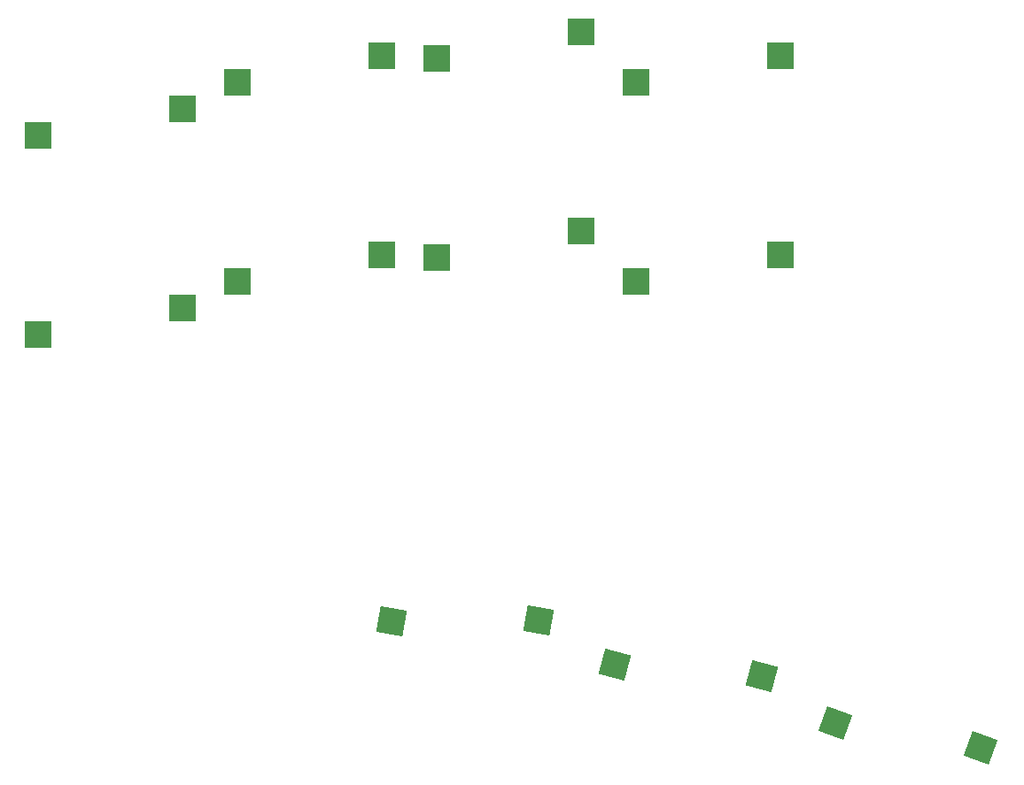
<source format=gbr>
%TF.GenerationSoftware,KiCad,Pcbnew,7.0.1*%
%TF.CreationDate,2024-01-26T17:48:26-05:00*%
%TF.ProjectId,OctoPlus Trio,4f63746f-506c-4757-9320-5472696f2e6b,rev?*%
%TF.SameCoordinates,Original*%
%TF.FileFunction,Paste,Bot*%
%TF.FilePolarity,Positive*%
%FSLAX46Y46*%
G04 Gerber Fmt 4.6, Leading zero omitted, Abs format (unit mm)*
G04 Created by KiCad (PCBNEW 7.0.1) date 2024-01-26 17:48:26*
%MOMM*%
%LPD*%
G01*
G04 APERTURE LIST*
G04 Aperture macros list*
%AMRotRect*
0 Rectangle, with rotation*
0 The origin of the aperture is its center*
0 $1 length*
0 $2 width*
0 $3 Rotation angle, in degrees counterclockwise*
0 Add horizontal line*
21,1,$1,$2,0,0,$3*%
G04 Aperture macros list end*
%ADD10R,2.550000X2.500000*%
%ADD11RotRect,2.550000X2.500000X340.000000*%
%ADD12RotRect,2.550000X2.500000X350.000000*%
%ADD13RotRect,2.550000X2.500000X345.000000*%
G04 APERTURE END LIST*
D10*
%TO.C,SW2*%
X135068000Y-77216000D03*
X121218000Y-79756000D03*
%TD*%
%TO.C,SW7*%
X154118000Y-93980000D03*
X140268000Y-96520000D03*
%TD*%
D11*
%TO.C,SW11*%
X192306129Y-143427668D03*
X178422655Y-141077508D03*
%TD*%
D10*
%TO.C,SW4*%
X173168000Y-77216000D03*
X159318000Y-79756000D03*
%TD*%
D12*
%TO.C,SW9*%
X150078574Y-131217424D03*
X135997920Y-131313808D03*
%TD*%
D13*
%TO.C,SW10*%
X171393574Y-136630269D03*
X157358101Y-135499076D03*
%TD*%
D10*
%TO.C,SW5*%
X116018000Y-101346000D03*
X102168000Y-103886000D03*
%TD*%
%TO.C,SW8*%
X173168000Y-96266000D03*
X159318000Y-98806000D03*
%TD*%
%TO.C,SW6*%
X135068000Y-96266000D03*
X121218000Y-98806000D03*
%TD*%
%TO.C,SW1*%
X116018000Y-82296000D03*
X102168000Y-84836000D03*
%TD*%
%TO.C,SW3*%
X154118000Y-74930000D03*
X140268000Y-77470000D03*
%TD*%
M02*

</source>
